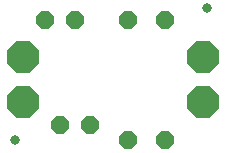
<source format=gbs>
G75*
%MOIN*%
%OFA0B0*%
%FSLAX25Y25*%
%IPPOS*%
%LPD*%
%AMOC8*
5,1,8,0,0,1.08239X$1,22.5*
%
%ADD10C,0.03162*%
%ADD11OC8,0.06000*%
%ADD12OC8,0.10800*%
D10*
X0011800Y0013050D03*
X0075550Y0056800D03*
D11*
X0061800Y0053050D03*
X0049300Y0053050D03*
X0031800Y0053050D03*
X0021800Y0053050D03*
X0026800Y0018050D03*
X0036800Y0018050D03*
X0049300Y0013050D03*
X0061800Y0013050D03*
D12*
X0074300Y0025550D03*
X0074300Y0040550D03*
X0014300Y0040550D03*
X0014300Y0025550D03*
M02*

</source>
